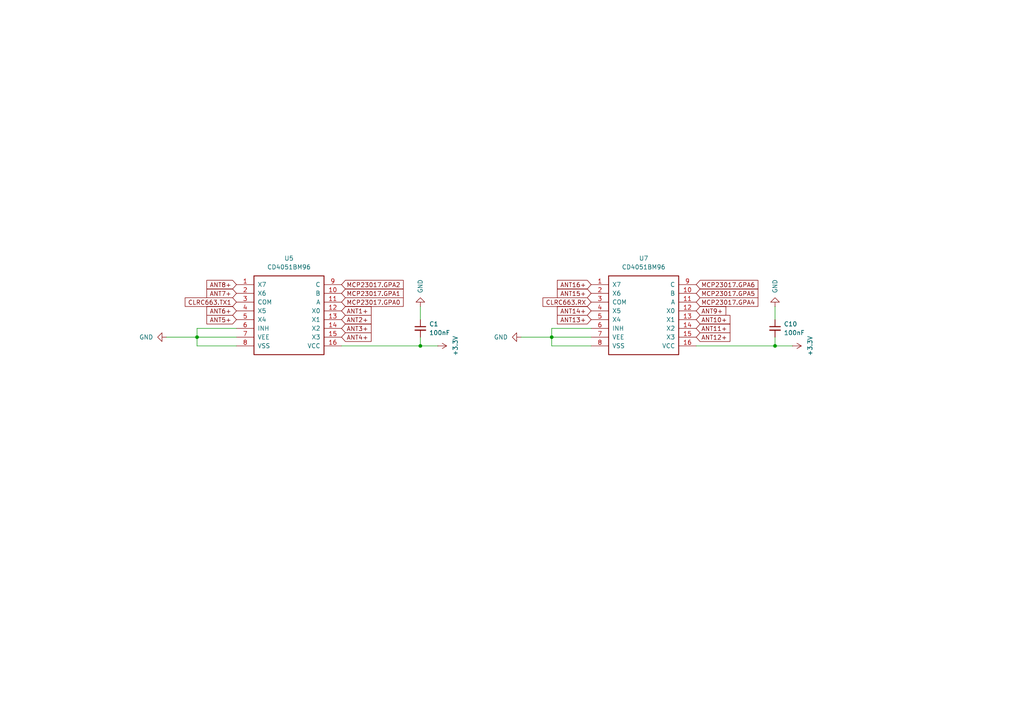
<source format=kicad_sch>
(kicad_sch (version 20250114) (generator "eeschema") (generator_version "9.0")
  (paper "A4")
  (lib_symbols
    (symbol "CD4051BM96:CD4051BM96" (pin_names (offset 1.016))
      (property "Reference" "U" (at 1.27 4.064 0))
      (property "Value" "CD4051BM96" (at -6.096 -3.81 0))
      (symbol "CD4051BM96_0_1"
        (rectangle (start -10.16 7.62) (end 10.16 -15.24) (stroke (width 0.254)))
        (pin bidirectional line (at -15.24 5.08 0) (length 5.08) (name "X7") (number "1"))
        (pin bidirectional line (at -15.24 2.54 0) (length 5.08) (name "X6") (number "2"))
        (pin bidirectional line (at -15.24 0 0) (length 5.08) (name "COM") (number "3"))
        (pin bidirectional line (at -15.24 -2.54 0) (length 5.08) (name "X5") (number "4"))
        (pin bidirectional line (at -15.24 -5.08 0) (length 5.08) (name "X4") (number "5"))
        (pin input line (at -15.24 -7.62 0) (length 5.08) (name "INH") (number "6"))
        (pin power_in line (at -15.24 -10.16 0) (length 5.08) (name "VEE") (number "7"))
        (pin power_in line (at -15.24 -12.7 0) (length 5.08) (name "VSS") (number "8"))
        (pin input line (at 15.24 5.08 180) (length 5.08) (name "C") (number "9"))
        (pin input line (at 15.24 2.54 180) (length 5.08) (name "B") (number "10"))
        (pin input line (at 15.24 0 180) (length 5.08) (name "A") (number "11"))
        (pin bidirectional line (at 15.24 -2.54 180) (length 5.08) (name "X0") (number "12"))
        (pin bidirectional line (at 15.24 -5.08 180) (length 5.08) (name "X1") (number "13"))
        (pin bidirectional line (at 15.24 -7.62 180) (length 5.08) (name "X2") (number "14"))
        (pin bidirectional line (at 15.24 -10.16 180) (length 5.08) (name "X3") (number "15"))
        (pin power_in line (at 15.24 -12.7 180) (length 5.08) (name "VCC") (number "16"))
      )
    )
    (symbol "Device:C_Small" (pin_numbers (hide yes)) (pin_names (offset 0.254) (hide yes))
      (property "Reference" "C" (at 0.254 1.778 0))
      (property "Value" "C_Small" (at 0.254 -2.032 0))
      (symbol "C_Small_0_1"
        (polyline (pts (xy -1.524 0.508) (xy 1.524 0.508)) (stroke (width 0.3048)))
        (polyline (pts (xy -1.524 -0.508) (xy 1.524 -0.508)) (stroke (width 0.3302)))
      )
      (symbol "C_Small_1_1"
        (pin passive line (at 0 2.54 270) (length 2.032) (name "~") (number "1"))
        (pin passive line (at 0 -2.54 90) (length 2.032) (name "~") (number "2"))
      )
    )
    (symbol "power:+3.3V" (power) (pin_numbers (hide yes)) (pin_names (offset 0) (hide yes))
      (property "Value" "+3.3V" (at 0 3.556 0))
      (symbol "+3.3V_0_1"
        (polyline (pts (xy -0.762 1.27) (xy 0 2.54)))
        (polyline (pts (xy 0 2.54) (xy 0.762 1.27)))
        (polyline (pts (xy 0 0) (xy 0 2.54)))
      )
      (symbol "+3.3V_1_1"
        (pin power_in line (at 0 0 90) (length 0) (name "~") (number "1"))
      )
    )
    (symbol "power:GND" (power) (pin_numbers (hide yes)) (pin_names (offset 0) (hide yes))
      (property "Value" "GND" (at 0 -3.81 0))
      (symbol "GND_0_1"
        (polyline (pts (xy 0 0) (xy 0 -1.27) (xy 1.27 -1.27) (xy 0 -2.54) (xy -1.27 -1.27) (xy 0 -1.27)))
      )
      (symbol "GND_1_1"
        (pin power_in line (at 0 0 270) (length 0) (name "~") (number "1"))
      )
    )
  )
  (junction (at 224.79 100.33))
  (junction (at 121.92 100.33))
  (junction (at 57.15 97.79))
  (junction (at 160.02 97.79))
  (wire (pts (xy 57.15 95.25) (xy 57.15 97.79)))
  (wire (pts (xy 57.15 100.33) (xy 57.15 97.79)))
  (wire (pts (xy 160.02 95.25) (xy 160.02 97.79)))
  (wire (pts (xy 224.79 88.9) (xy 224.79 92.71)))
  (wire (pts (xy 121.92 97.79) (xy 121.92 100.33)))
  (wire (pts (xy 171.45 95.25) (xy 160.02 95.25)))
  (wire (pts (xy 121.92 100.33) (xy 127 100.33)))
  (wire (pts (xy 57.15 97.79) (xy 68.58 97.79)))
  (wire (pts (xy 171.45 100.33) (xy 160.02 100.33)))
  (wire (pts (xy 99.06 100.33) (xy 121.92 100.33)))
  (wire (pts (xy 201.93 100.33) (xy 224.79 100.33)))
  (wire (pts (xy 48.26 97.79) (xy 57.15 97.79)))
  (wire (pts (xy 68.58 95.25) (xy 57.15 95.25)))
  (wire (pts (xy 160.02 100.33) (xy 160.02 97.79)))
  (wire (pts (xy 151.13 97.79) (xy 160.02 97.79)))
  (wire (pts (xy 224.79 97.79) (xy 224.79 100.33)))
  (wire (pts (xy 160.02 97.79) (xy 171.45 97.79)))
  (wire (pts (xy 224.79 100.33) (xy 229.87 100.33)))
  (wire (pts (xy 68.58 100.33) (xy 57.15 100.33)))
  (wire (pts (xy 121.92 88.9) (xy 121.92 92.71)))
  (global_label "MCP23017.GPA2" (shape input) (at 99.06 82.55 0) (property "Intersheetrefs" "${INTERSHEET_REFS}" (effects (hide yes))))
  (global_label "ANT9+" (shape input) (at 201.93 90.17 0) (property "Intersheetrefs" "${INTERSHEET_REFS}" (effects (hide yes))))
  (global_label "ANT1+" (shape input) (at 99.06 90.17 0) (property "Intersheetrefs" "${INTERSHEET_REFS}" (effects (hide yes))))
  (global_label "ANT2+" (shape input) (at 99.06 92.71 0) (property "Intersheetrefs" "${INTERSHEET_REFS}" (effects (hide yes))))
  (global_label "MCP23017.GPA6" (shape input) (at 201.93 82.55 0) (property "Intersheetrefs" "${INTERSHEET_REFS}" (effects (hide yes))))
  (global_label "CLRC663.TX1" (shape input) (at 68.58 87.63 180) (property "Intersheetrefs" "${INTERSHEET_REFS}" (effects (hide yes))))
  (global_label "ANT11+" (shape input) (at 201.93 95.25 0) (property "Intersheetrefs" "${INTERSHEET_REFS}" (effects (hide yes))))
  (global_label "ANT3+" (shape input) (at 99.06 95.25 0) (property "Intersheetrefs" "${INTERSHEET_REFS}" (effects (hide yes))))
  (global_label "ANT8+" (shape input) (at 68.58 82.55 180) (property "Intersheetrefs" "${INTERSHEET_REFS}" (effects (hide yes))))
  (global_label "ANT10+" (shape input) (at 201.93 92.71 0) (property "Intersheetrefs" "${INTERSHEET_REFS}" (effects (hide yes))))
  (global_label "ANT6+" (shape input) (at 68.58 90.17 180) (property "Intersheetrefs" "${INTERSHEET_REFS}" (effects (hide yes))))
  (global_label "ANT13+" (shape input) (at 171.45 92.71 180) (property "Intersheetrefs" "${INTERSHEET_REFS}" (effects (hide yes))))
  (global_label "ANT7+" (shape input) (at 68.58 85.09 180) (property "Intersheetrefs" "${INTERSHEET_REFS}" (effects (hide yes))))
  (global_label "ANT15+" (shape input) (at 171.45 85.09 180) (property "Intersheetrefs" "${INTERSHEET_REFS}" (effects (hide yes))))
  (global_label "MCP23017.GPA4" (shape input) (at 201.93 87.63 0) (property "Intersheetrefs" "${INTERSHEET_REFS}" (effects (hide yes))))
  (global_label "MCP23017.GPA0" (shape input) (at 99.06 87.63 0) (property "Intersheetrefs" "${INTERSHEET_REFS}" (effects (hide yes))))
  (global_label "MCP23017.GPA5" (shape input) (at 201.93 85.09 0) (property "Intersheetrefs" "${INTERSHEET_REFS}" (effects (hide yes))))
  (global_label "ANT5+" (shape input) (at 68.58 92.71 180) (property "Intersheetrefs" "${INTERSHEET_REFS}" (effects (hide yes))))
  (global_label "CLRC663.RX" (shape input) (at 171.45 87.63 180) (property "Intersheetrefs" "${INTERSHEET_REFS}" (effects (hide yes))))
  (global_label "ANT14+" (shape input) (at 171.45 90.17 180) (property "Intersheetrefs" "${INTERSHEET_REFS}" (effects (hide yes))))
  (global_label "ANT16+" (shape input) (at 171.45 82.55 180) (property "Intersheetrefs" "${INTERSHEET_REFS}" (effects (hide yes))))
  (global_label "ANT4+" (shape input) (at 99.06 97.79 0) (property "Intersheetrefs" "${INTERSHEET_REFS}" (effects (hide yes))))
  (global_label "ANT12+" (shape input) (at 201.93 97.79 0) (property "Intersheetrefs" "${INTERSHEET_REFS}" (effects (hide yes))))
  (global_label "MCP23017.GPA1" (shape input) (at 99.06 85.09 0) (property "Intersheetrefs" "${INTERSHEET_REFS}" (effects (hide yes))))
  (symbol (lib_id "power:+3.3V") (at 127 100.33 270) (unit 1)
    (property "Reference" "#PWR02" (effects (hide yes)))
    (property "Value" "+3.3V" (at 132.08 100.33 0))
    (property "Description" "Power symbol creates a global label with name \"+3.3V\"" (effects (hide yes)))
  )
  (symbol (lib_id "power:GND") (at 48.26 97.79 270) (unit 1)
    (property "Reference" "#PWR023" (effects (hide yes)))
    (property "Value" "GND" (at 44.45 97.7899 90) (effects (justify right)))
    (property "Description" "Power symbol creates a global label with name \"GND\" , ground" (effects (hide yes)))
  )
  (symbol (lib_id "power:+3.3V") (at 229.87 100.33 270) (unit 1)
    (property "Reference" "#PWR026" (effects (hide yes)))
    (property "Value" "+3.3V" (at 234.95 100.33 0))
    (property "Description" "Power symbol creates a global label with name \"+3.3V\"" (effects (hide yes)))
  )
  (symbol (lib_id "power:GND") (at 151.13 97.79 270) (unit 1)
    (property "Reference" "#PWR024" (effects (hide yes)))
    (property "Value" "GND" (at 147.32 97.7899 90) (effects (justify right)))
    (property "Description" "Power symbol creates a global label with name \"GND\" , ground" (effects (hide yes)))
  )
  (symbol (lib_id "Device:C_Small") (at 121.92 95.25 0) (unit 1)
    (property "Reference" "C1" (at 124.46 93.9862 0) (effects (justify left)))
    (property "Value" "100nF" (at 124.46 96.5262 0) (effects (justify left)))
    (property "Footprint" "Capacitor_SMD:C_0402_1005Metric" (effects (hide yes)))
    (property "Description" "Unpolarized capacitor, small symbol" (effects (hide yes)))
  )
  (symbol (lib_id "power:GND") (at 224.79 88.9 180) (unit 1)
    (property "Reference" "#PWR025" (effects (hide yes)))
    (property "Value" "GND" (at 224.7901 85.09 90) (effects (justify right)))
    (property "Description" "Power symbol creates a global label with name \"GND\" , ground" (effects (hide yes)))
  )
  (symbol (lib_id "power:GND") (at 121.92 88.9 180) (unit 1)
    (property "Reference" "#PWR03" (effects (hide yes)))
    (property "Value" "GND" (at 121.9201 85.09 90) (effects (justify right)))
    (property "Description" "Power symbol creates a global label with name \"GND\" , ground" (effects (hide yes)))
  )
  (symbol (lib_id "Device:C_Small") (at 224.79 95.25 0) (unit 1)
    (property "Reference" "C10" (at 227.33 93.9862 0) (effects (justify left)))
    (property "Value" "100nF" (at 227.33 96.5262 0) (effects (justify left)))
    (property "Footprint" "Capacitor_SMD:C_0402_1005Metric" (effects (hide yes)))
    (property "Description" "Unpolarized capacitor, small symbol" (effects (hide yes)))
  )
  (symbol (lib_id "CD4051BM96:CD4051BM96") (at 186.69 87.63 0) (unit 1)
    (property "Reference" "U7" (at 186.69 74.93 0))
    (property "Value" "CD4051BM96" (at 186.69 77.47 0))
    (property "Footprint" "Package_SO:SOIC-16_3.9x9.9mm_P1.27mm" (effects (hide yes)))
    (property "Datasheet" "https://www.ti.com/lit/ds/symlink/cd4051b.pdf" (effects (hide yes)))
  )
  (symbol (lib_id "CD4051BM96:CD4051BM96") (at 83.82 87.63 0) (unit 1)
    (property "Reference" "U5" (at 83.82 74.93 0))
    (property "Value" "CD4051BM96" (at 83.82 77.47 0))
    (property "Footprint" "Package_SO:SOIC-16_3.9x9.9mm_P1.27mm" (effects (hide yes)))
    (property "Datasheet" "https://www.ti.com/lit/ds/symlink/cd4051b.pdf" (effects (hide yes)))
  )
)
</source>
